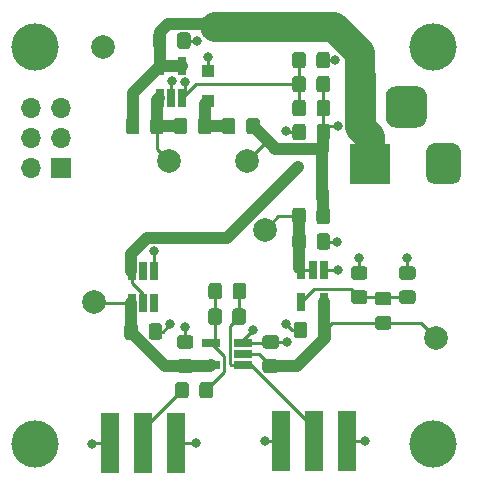
<source format=gbr>
%TF.GenerationSoftware,KiCad,Pcbnew,(5.1.6-0-10_14)*%
%TF.CreationDate,2021-02-25T14:42:38-08:00*%
%TF.ProjectId,TIADevBoard,54494144-6576-4426-9f61-72642e6b6963,rev?*%
%TF.SameCoordinates,Original*%
%TF.FileFunction,Copper,L1,Top*%
%TF.FilePolarity,Positive*%
%FSLAX46Y46*%
G04 Gerber Fmt 4.6, Leading zero omitted, Abs format (unit mm)*
G04 Created by KiCad (PCBNEW (5.1.6-0-10_14)) date 2021-02-25 14:42:38*
%MOMM*%
%LPD*%
G01*
G04 APERTURE LIST*
%TA.AperFunction,SMDPad,CuDef*%
%ADD10R,0.650000X1.560000*%
%TD*%
%TA.AperFunction,SMDPad,CuDef*%
%ADD11R,1.600000X5.080000*%
%TD*%
%TA.AperFunction,SMDPad,CuDef*%
%ADD12R,1.560000X0.650000*%
%TD*%
%TA.AperFunction,ComponentPad*%
%ADD13C,2.000000*%
%TD*%
%TA.AperFunction,ComponentPad*%
%ADD14R,3.500000X3.500000*%
%TD*%
%TA.AperFunction,SMDPad,CuDef*%
%ADD15R,1.000000X1.000000*%
%TD*%
%TA.AperFunction,ComponentPad*%
%ADD16O,1.700000X1.700000*%
%TD*%
%TA.AperFunction,ComponentPad*%
%ADD17R,1.700000X1.700000*%
%TD*%
%TA.AperFunction,ComponentPad*%
%ADD18C,4.000000*%
%TD*%
%TA.AperFunction,ViaPad*%
%ADD19C,0.800000*%
%TD*%
%TA.AperFunction,Conductor*%
%ADD20C,0.250000*%
%TD*%
%TA.AperFunction,Conductor*%
%ADD21C,1.000000*%
%TD*%
%TA.AperFunction,Conductor*%
%ADD22C,2.500000*%
%TD*%
G04 APERTURE END LIST*
D10*
%TO.P,U2,5*%
%TO.N,VDD*%
X94361000Y-77216000D03*
%TO.P,U2,4*%
X96261000Y-77216000D03*
%TO.P,U2,3*%
%TO.N,Net-(CFF1-Pad2)*%
X96261000Y-79916000D03*
%TO.P,U2,2*%
%TO.N,GND*%
X95311000Y-79916000D03*
%TO.P,U2,1*%
%TO.N,Net-(C3-Pad2)*%
X94361000Y-79916000D03*
%TD*%
%TO.P,U1,5*%
%TO.N,-5V*%
X108265000Y-97188000D03*
%TO.P,U1,4*%
%TO.N,/VFB*%
X106365000Y-97188000D03*
%TO.P,U1,3*%
%TO.N,-9V*%
X106365000Y-94488000D03*
%TO.P,U1,2*%
X107315000Y-94488000D03*
%TO.P,U1,1*%
%TO.N,GND*%
X108265000Y-94488000D03*
%TD*%
%TO.P,R4,2*%
%TO.N,/VIN-*%
%TA.AperFunction,SMDPad,CuDef*%
G36*
G01*
X96823000Y-104197999D02*
X96823000Y-105098001D01*
G75*
G02*
X96573001Y-105348000I-249999J0D01*
G01*
X95922999Y-105348000D01*
G75*
G02*
X95673000Y-105098001I0J249999D01*
G01*
X95673000Y-104197999D01*
G75*
G02*
X95922999Y-103948000I249999J0D01*
G01*
X96573001Y-103948000D01*
G75*
G02*
X96823000Y-104197999I0J-249999D01*
G01*
G37*
%TD.AperFunction*%
%TO.P,R4,1*%
%TO.N,/VOP-*%
%TA.AperFunction,SMDPad,CuDef*%
G36*
G01*
X98873000Y-104197999D02*
X98873000Y-105098001D01*
G75*
G02*
X98623001Y-105348000I-249999J0D01*
G01*
X97972999Y-105348000D01*
G75*
G02*
X97723000Y-105098001I0J249999D01*
G01*
X97723000Y-104197999D01*
G75*
G02*
X97972999Y-103948000I249999J0D01*
G01*
X98623001Y-103948000D01*
G75*
G02*
X98873000Y-104197999I0J-249999D01*
G01*
G37*
%TD.AperFunction*%
%TD*%
%TO.P,R5,2*%
%TO.N,/VOP-*%
%TA.AperFunction,SMDPad,CuDef*%
G36*
G01*
X99626000Y-97974999D02*
X99626000Y-98875001D01*
G75*
G02*
X99376001Y-99125000I-249999J0D01*
G01*
X98725999Y-99125000D01*
G75*
G02*
X98476000Y-98875001I0J249999D01*
G01*
X98476000Y-97974999D01*
G75*
G02*
X98725999Y-97725000I249999J0D01*
G01*
X99376001Y-97725000D01*
G75*
G02*
X99626000Y-97974999I0J-249999D01*
G01*
G37*
%TD.AperFunction*%
%TO.P,R5,1*%
%TO.N,/VOUT*%
%TA.AperFunction,SMDPad,CuDef*%
G36*
G01*
X101676000Y-97974999D02*
X101676000Y-98875001D01*
G75*
G02*
X101426001Y-99125000I-249999J0D01*
G01*
X100775999Y-99125000D01*
G75*
G02*
X100526000Y-98875001I0J249999D01*
G01*
X100526000Y-97974999D01*
G75*
G02*
X100775999Y-97725000I249999J0D01*
G01*
X101426001Y-97725000D01*
G75*
G02*
X101676000Y-97974999I0J-249999D01*
G01*
G37*
%TD.AperFunction*%
%TD*%
D11*
%TO.P,J3,2*%
%TO.N,GND*%
X110188000Y-108966000D03*
X104648000Y-108966000D03*
%TO.P,J3,1*%
%TO.N,/VOUT*%
X107418000Y-108966000D03*
%TD*%
%TO.P,C13,2*%
%TO.N,GND*%
%TA.AperFunction,SMDPad,CuDef*%
G36*
G01*
X93423000Y-100145001D02*
X93423000Y-99244999D01*
G75*
G02*
X93672999Y-98995000I249999J0D01*
G01*
X94323001Y-98995000D01*
G75*
G02*
X94573000Y-99244999I0J-249999D01*
G01*
X94573000Y-100145001D01*
G75*
G02*
X94323001Y-100395000I-249999J0D01*
G01*
X93672999Y-100395000D01*
G75*
G02*
X93423000Y-100145001I0J249999D01*
G01*
G37*
%TD.AperFunction*%
%TO.P,C13,1*%
%TO.N,+5V*%
%TA.AperFunction,SMDPad,CuDef*%
G36*
G01*
X91373000Y-100145001D02*
X91373000Y-99244999D01*
G75*
G02*
X91622999Y-98995000I249999J0D01*
G01*
X92273001Y-98995000D01*
G75*
G02*
X92523000Y-99244999I0J-249999D01*
G01*
X92523000Y-100145001D01*
G75*
G02*
X92273001Y-100395000I-249999J0D01*
G01*
X91622999Y-100395000D01*
G75*
G02*
X91373000Y-100145001I0J249999D01*
G01*
G37*
%TD.AperFunction*%
%TD*%
%TO.P,C11,2*%
%TO.N,+5V*%
%TA.AperFunction,SMDPad,CuDef*%
G36*
G01*
X96069999Y-102041000D02*
X96970001Y-102041000D01*
G75*
G02*
X97220000Y-102290999I0J-249999D01*
G01*
X97220000Y-102941001D01*
G75*
G02*
X96970001Y-103191000I-249999J0D01*
G01*
X96069999Y-103191000D01*
G75*
G02*
X95820000Y-102941001I0J249999D01*
G01*
X95820000Y-102290999D01*
G75*
G02*
X96069999Y-102041000I249999J0D01*
G01*
G37*
%TD.AperFunction*%
%TO.P,C11,1*%
%TO.N,GND*%
%TA.AperFunction,SMDPad,CuDef*%
G36*
G01*
X96069999Y-99991000D02*
X96970001Y-99991000D01*
G75*
G02*
X97220000Y-100240999I0J-249999D01*
G01*
X97220000Y-100891001D01*
G75*
G02*
X96970001Y-101141000I-249999J0D01*
G01*
X96069999Y-101141000D01*
G75*
G02*
X95820000Y-100891001I0J249999D01*
G01*
X95820000Y-100240999D01*
G75*
G02*
X96069999Y-99991000I249999J0D01*
G01*
G37*
%TD.AperFunction*%
%TD*%
%TO.P,C9,2*%
%TO.N,/VOP-*%
%TA.AperFunction,SMDPad,CuDef*%
G36*
G01*
X99635000Y-95815999D02*
X99635000Y-96716001D01*
G75*
G02*
X99385001Y-96966000I-249999J0D01*
G01*
X98734999Y-96966000D01*
G75*
G02*
X98485000Y-96716001I0J249999D01*
G01*
X98485000Y-95815999D01*
G75*
G02*
X98734999Y-95566000I249999J0D01*
G01*
X99385001Y-95566000D01*
G75*
G02*
X99635000Y-95815999I0J-249999D01*
G01*
G37*
%TD.AperFunction*%
%TO.P,C9,1*%
%TO.N,/VOUT*%
%TA.AperFunction,SMDPad,CuDef*%
G36*
G01*
X101685000Y-95815999D02*
X101685000Y-96716001D01*
G75*
G02*
X101435001Y-96966000I-249999J0D01*
G01*
X100784999Y-96966000D01*
G75*
G02*
X100535000Y-96716001I0J249999D01*
G01*
X100535000Y-95815999D01*
G75*
G02*
X100784999Y-95566000I249999J0D01*
G01*
X101435001Y-95566000D01*
G75*
G02*
X101685000Y-95815999I0J-249999D01*
G01*
G37*
%TD.AperFunction*%
%TD*%
D12*
%TO.P,U4,5*%
%TO.N,+5V*%
X98726000Y-102550000D03*
%TO.P,U4,4*%
%TO.N,/VOP-*%
X98726000Y-100650000D03*
%TO.P,U4,3*%
%TO.N,GND*%
X101426000Y-100650000D03*
%TO.P,U4,2*%
%TO.N,-5V*%
X101426000Y-101600000D03*
%TO.P,U4,1*%
%TO.N,/VOUT*%
X101426000Y-102550000D03*
%TD*%
D13*
%TO.P,TP6,1*%
%TO.N,Net-(CFF1-Pad2)*%
X89535000Y-75565000D03*
%TD*%
%TO.P,TP5,1*%
%TO.N,Net-(C3-Pad2)*%
X95123000Y-85217000D03*
%TD*%
%TO.P,TP4,1*%
%TO.N,/-9V_UF*%
X101727000Y-85217000D03*
%TD*%
%TO.P,TP3,1*%
%TO.N,-5V*%
X117729000Y-100203000D03*
%TD*%
%TO.P,TP2,1*%
%TO.N,-9V*%
X103251000Y-91059000D03*
%TD*%
%TO.P,RFB2,2*%
%TO.N,GND*%
%TA.AperFunction,SMDPad,CuDef*%
G36*
G01*
X107629000Y-77158001D02*
X107629000Y-76257999D01*
G75*
G02*
X107878999Y-76008000I249999J0D01*
G01*
X108529001Y-76008000D01*
G75*
G02*
X108779000Y-76257999I0J-249999D01*
G01*
X108779000Y-77158001D01*
G75*
G02*
X108529001Y-77408000I-249999J0D01*
G01*
X107878999Y-77408000D01*
G75*
G02*
X107629000Y-77158001I0J249999D01*
G01*
G37*
%TD.AperFunction*%
%TO.P,RFB2,1*%
%TO.N,Net-(CFF1-Pad2)*%
%TA.AperFunction,SMDPad,CuDef*%
G36*
G01*
X105579000Y-77158001D02*
X105579000Y-76257999D01*
G75*
G02*
X105828999Y-76008000I249999J0D01*
G01*
X106479001Y-76008000D01*
G75*
G02*
X106729000Y-76257999I0J-249999D01*
G01*
X106729000Y-77158001D01*
G75*
G02*
X106479001Y-77408000I-249999J0D01*
G01*
X105828999Y-77408000D01*
G75*
G02*
X105579000Y-77158001I0J249999D01*
G01*
G37*
%TD.AperFunction*%
%TD*%
%TO.P,RFB1,2*%
%TO.N,Net-(CFF1-Pad2)*%
%TA.AperFunction,SMDPad,CuDef*%
G36*
G01*
X106747000Y-80321999D02*
X106747000Y-81222001D01*
G75*
G02*
X106497001Y-81472000I-249999J0D01*
G01*
X105846999Y-81472000D01*
G75*
G02*
X105597000Y-81222001I0J249999D01*
G01*
X105597000Y-80321999D01*
G75*
G02*
X105846999Y-80072000I249999J0D01*
G01*
X106497001Y-80072000D01*
G75*
G02*
X106747000Y-80321999I0J-249999D01*
G01*
G37*
%TD.AperFunction*%
%TO.P,RFB1,1*%
%TO.N,/-9V_UF*%
%TA.AperFunction,SMDPad,CuDef*%
G36*
G01*
X108797000Y-80321999D02*
X108797000Y-81222001D01*
G75*
G02*
X108547001Y-81472000I-249999J0D01*
G01*
X107896999Y-81472000D01*
G75*
G02*
X107647000Y-81222001I0J249999D01*
G01*
X107647000Y-80321999D01*
G75*
G02*
X107896999Y-80072000I249999J0D01*
G01*
X108547001Y-80072000D01*
G75*
G02*
X108797000Y-80321999I0J-249999D01*
G01*
G37*
%TD.AperFunction*%
%TD*%
%TO.P,R2,2*%
%TO.N,GND*%
%TA.AperFunction,SMDPad,CuDef*%
G36*
G01*
X115775001Y-95308000D02*
X114874999Y-95308000D01*
G75*
G02*
X114625000Y-95058001I0J249999D01*
G01*
X114625000Y-94407999D01*
G75*
G02*
X114874999Y-94158000I249999J0D01*
G01*
X115775001Y-94158000D01*
G75*
G02*
X116025000Y-94407999I0J-249999D01*
G01*
X116025000Y-95058001D01*
G75*
G02*
X115775001Y-95308000I-249999J0D01*
G01*
G37*
%TD.AperFunction*%
%TO.P,R2,1*%
%TO.N,/VFB*%
%TA.AperFunction,SMDPad,CuDef*%
G36*
G01*
X115775001Y-97358000D02*
X114874999Y-97358000D01*
G75*
G02*
X114625000Y-97108001I0J249999D01*
G01*
X114625000Y-96457999D01*
G75*
G02*
X114874999Y-96208000I249999J0D01*
G01*
X115775001Y-96208000D01*
G75*
G02*
X116025000Y-96457999I0J-249999D01*
G01*
X116025000Y-97108001D01*
G75*
G02*
X115775001Y-97358000I-249999J0D01*
G01*
G37*
%TD.AperFunction*%
%TD*%
%TO.P,R1,2*%
%TO.N,/VFB*%
%TA.AperFunction,SMDPad,CuDef*%
G36*
G01*
X113734001Y-97476000D02*
X112833999Y-97476000D01*
G75*
G02*
X112584000Y-97226001I0J249999D01*
G01*
X112584000Y-96575999D01*
G75*
G02*
X112833999Y-96326000I249999J0D01*
G01*
X113734001Y-96326000D01*
G75*
G02*
X113984000Y-96575999I0J-249999D01*
G01*
X113984000Y-97226001D01*
G75*
G02*
X113734001Y-97476000I-249999J0D01*
G01*
G37*
%TD.AperFunction*%
%TO.P,R1,1*%
%TO.N,-5V*%
%TA.AperFunction,SMDPad,CuDef*%
G36*
G01*
X113734001Y-99526000D02*
X112833999Y-99526000D01*
G75*
G02*
X112584000Y-99276001I0J249999D01*
G01*
X112584000Y-98625999D01*
G75*
G02*
X112833999Y-98376000I249999J0D01*
G01*
X113734001Y-98376000D01*
G75*
G02*
X113984000Y-98625999I0J-249999D01*
G01*
X113984000Y-99276001D01*
G75*
G02*
X113734001Y-99526000I-249999J0D01*
G01*
G37*
%TD.AperFunction*%
%TD*%
%TO.P,L3,2*%
%TO.N,-9V*%
%TA.AperFunction,SMDPad,CuDef*%
G36*
G01*
X106738000Y-89456999D02*
X106738000Y-90357001D01*
G75*
G02*
X106488001Y-90607000I-249999J0D01*
G01*
X105837999Y-90607000D01*
G75*
G02*
X105588000Y-90357001I0J249999D01*
G01*
X105588000Y-89456999D01*
G75*
G02*
X105837999Y-89207000I249999J0D01*
G01*
X106488001Y-89207000D01*
G75*
G02*
X106738000Y-89456999I0J-249999D01*
G01*
G37*
%TD.AperFunction*%
%TO.P,L3,1*%
%TO.N,/-9V_UF*%
%TA.AperFunction,SMDPad,CuDef*%
G36*
G01*
X108788000Y-89456999D02*
X108788000Y-90357001D01*
G75*
G02*
X108538001Y-90607000I-249999J0D01*
G01*
X107887999Y-90607000D01*
G75*
G02*
X107638000Y-90357001I0J249999D01*
G01*
X107638000Y-89456999D01*
G75*
G02*
X107887999Y-89207000I249999J0D01*
G01*
X108538001Y-89207000D01*
G75*
G02*
X108788000Y-89456999I0J-249999D01*
G01*
G37*
%TD.AperFunction*%
%TD*%
%TO.P,L2,2*%
%TO.N,/-9V_UF*%
%TA.AperFunction,SMDPad,CuDef*%
G36*
G01*
X101678000Y-82746001D02*
X101678000Y-81845999D01*
G75*
G02*
X101927999Y-81596000I249999J0D01*
G01*
X102578001Y-81596000D01*
G75*
G02*
X102828000Y-81845999I0J-249999D01*
G01*
X102828000Y-82746001D01*
G75*
G02*
X102578001Y-82996000I-249999J0D01*
G01*
X101927999Y-82996000D01*
G75*
G02*
X101678000Y-82746001I0J249999D01*
G01*
G37*
%TD.AperFunction*%
%TO.P,L2,1*%
%TO.N,/DTOP*%
%TA.AperFunction,SMDPad,CuDef*%
G36*
G01*
X99628000Y-82746001D02*
X99628000Y-81845999D01*
G75*
G02*
X99877999Y-81596000I249999J0D01*
G01*
X100528001Y-81596000D01*
G75*
G02*
X100778000Y-81845999I0J-249999D01*
G01*
X100778000Y-82746001D01*
G75*
G02*
X100528001Y-82996000I-249999J0D01*
G01*
X99877999Y-82996000D01*
G75*
G02*
X99628000Y-82746001I0J249999D01*
G01*
G37*
%TD.AperFunction*%
%TD*%
%TO.P,L1,2*%
%TO.N,Net-(C3-Pad2)*%
%TA.AperFunction,SMDPad,CuDef*%
G36*
G01*
X93550000Y-82746001D02*
X93550000Y-81845999D01*
G75*
G02*
X93799999Y-81596000I249999J0D01*
G01*
X94450001Y-81596000D01*
G75*
G02*
X94700000Y-81845999I0J-249999D01*
G01*
X94700000Y-82746001D01*
G75*
G02*
X94450001Y-82996000I-249999J0D01*
G01*
X93799999Y-82996000D01*
G75*
G02*
X93550000Y-82746001I0J249999D01*
G01*
G37*
%TD.AperFunction*%
%TO.P,L1,1*%
%TO.N,VDD*%
%TA.AperFunction,SMDPad,CuDef*%
G36*
G01*
X91500000Y-82746001D02*
X91500000Y-81845999D01*
G75*
G02*
X91749999Y-81596000I249999J0D01*
G01*
X92400001Y-81596000D01*
G75*
G02*
X92650000Y-81845999I0J-249999D01*
G01*
X92650000Y-82746001D01*
G75*
G02*
X92400001Y-82996000I-249999J0D01*
G01*
X91749999Y-82996000D01*
G75*
G02*
X91500000Y-82746001I0J249999D01*
G01*
G37*
%TD.AperFunction*%
%TD*%
%TO.P,J1,3*%
%TO.N,N/C*%
%TA.AperFunction,ComponentPad*%
G36*
G01*
X116991000Y-79796000D02*
X116991000Y-81546000D01*
G75*
G02*
X116116000Y-82421000I-875000J0D01*
G01*
X114366000Y-82421000D01*
G75*
G02*
X113491000Y-81546000I0J875000D01*
G01*
X113491000Y-79796000D01*
G75*
G02*
X114366000Y-78921000I875000J0D01*
G01*
X116116000Y-78921000D01*
G75*
G02*
X116991000Y-79796000I0J-875000D01*
G01*
G37*
%TD.AperFunction*%
%TO.P,J1,2*%
%TO.N,GND*%
%TA.AperFunction,ComponentPad*%
G36*
G01*
X119891000Y-84471000D02*
X119891000Y-86471000D01*
G75*
G02*
X119141000Y-87221000I-750000J0D01*
G01*
X117641000Y-87221000D01*
G75*
G02*
X116891000Y-86471000I0J750000D01*
G01*
X116891000Y-84471000D01*
G75*
G02*
X117641000Y-83721000I750000J0D01*
G01*
X119141000Y-83721000D01*
G75*
G02*
X119891000Y-84471000I0J-750000D01*
G01*
G37*
%TD.AperFunction*%
D14*
%TO.P,J1,1*%
%TO.N,VDD*%
X112141000Y-85471000D03*
%TD*%
D15*
%TO.P,D1,2*%
%TO.N,/DTOP*%
X98425000Y-80137000D03*
%TO.P,D1,1*%
%TO.N,GND*%
X98425000Y-77637000D03*
%TD*%
%TO.P,CFF1,2*%
%TO.N,Net-(CFF1-Pad2)*%
%TA.AperFunction,SMDPad,CuDef*%
G36*
G01*
X106729000Y-78289999D02*
X106729000Y-79190001D01*
G75*
G02*
X106479001Y-79440000I-249999J0D01*
G01*
X105828999Y-79440000D01*
G75*
G02*
X105579000Y-79190001I0J249999D01*
G01*
X105579000Y-78289999D01*
G75*
G02*
X105828999Y-78040000I249999J0D01*
G01*
X106479001Y-78040000D01*
G75*
G02*
X106729000Y-78289999I0J-249999D01*
G01*
G37*
%TD.AperFunction*%
%TO.P,CFF1,1*%
%TO.N,/-9V_UF*%
%TA.AperFunction,SMDPad,CuDef*%
G36*
G01*
X108779000Y-78289999D02*
X108779000Y-79190001D01*
G75*
G02*
X108529001Y-79440000I-249999J0D01*
G01*
X107878999Y-79440000D01*
G75*
G02*
X107629000Y-79190001I0J249999D01*
G01*
X107629000Y-78289999D01*
G75*
G02*
X107878999Y-78040000I249999J0D01*
G01*
X108529001Y-78040000D01*
G75*
G02*
X108779000Y-78289999I0J-249999D01*
G01*
G37*
%TD.AperFunction*%
%TD*%
%TO.P,C8,2*%
%TO.N,-5V*%
%TA.AperFunction,SMDPad,CuDef*%
G36*
G01*
X103308999Y-102050000D02*
X104209001Y-102050000D01*
G75*
G02*
X104459000Y-102299999I0J-249999D01*
G01*
X104459000Y-102950001D01*
G75*
G02*
X104209001Y-103200000I-249999J0D01*
G01*
X103308999Y-103200000D01*
G75*
G02*
X103059000Y-102950001I0J249999D01*
G01*
X103059000Y-102299999D01*
G75*
G02*
X103308999Y-102050000I249999J0D01*
G01*
G37*
%TD.AperFunction*%
%TO.P,C8,1*%
%TO.N,GND*%
%TA.AperFunction,SMDPad,CuDef*%
G36*
G01*
X103308999Y-100000000D02*
X104209001Y-100000000D01*
G75*
G02*
X104459000Y-100249999I0J-249999D01*
G01*
X104459000Y-100900001D01*
G75*
G02*
X104209001Y-101150000I-249999J0D01*
G01*
X103308999Y-101150000D01*
G75*
G02*
X103059000Y-100900001I0J249999D01*
G01*
X103059000Y-100249999D01*
G75*
G02*
X103308999Y-100000000I249999J0D01*
G01*
G37*
%TD.AperFunction*%
%TD*%
%TO.P,C7,2*%
%TO.N,GND*%
%TA.AperFunction,SMDPad,CuDef*%
G36*
G01*
X107647000Y-92525001D02*
X107647000Y-91624999D01*
G75*
G02*
X107896999Y-91375000I249999J0D01*
G01*
X108547001Y-91375000D01*
G75*
G02*
X108797000Y-91624999I0J-249999D01*
G01*
X108797000Y-92525001D01*
G75*
G02*
X108547001Y-92775000I-249999J0D01*
G01*
X107896999Y-92775000D01*
G75*
G02*
X107647000Y-92525001I0J249999D01*
G01*
G37*
%TD.AperFunction*%
%TO.P,C7,1*%
%TO.N,-9V*%
%TA.AperFunction,SMDPad,CuDef*%
G36*
G01*
X105597000Y-92525001D02*
X105597000Y-91624999D01*
G75*
G02*
X105846999Y-91375000I249999J0D01*
G01*
X106497001Y-91375000D01*
G75*
G02*
X106747000Y-91624999I0J-249999D01*
G01*
X106747000Y-92525001D01*
G75*
G02*
X106497001Y-92775000I-249999J0D01*
G01*
X105846999Y-92775000D01*
G75*
G02*
X105597000Y-92525001I0J249999D01*
G01*
G37*
%TD.AperFunction*%
%TD*%
%TO.P,C6,2*%
%TO.N,GND*%
%TA.AperFunction,SMDPad,CuDef*%
G36*
G01*
X106747000Y-82353999D02*
X106747000Y-83254001D01*
G75*
G02*
X106497001Y-83504000I-249999J0D01*
G01*
X105846999Y-83504000D01*
G75*
G02*
X105597000Y-83254001I0J249999D01*
G01*
X105597000Y-82353999D01*
G75*
G02*
X105846999Y-82104000I249999J0D01*
G01*
X106497001Y-82104000D01*
G75*
G02*
X106747000Y-82353999I0J-249999D01*
G01*
G37*
%TD.AperFunction*%
%TO.P,C6,1*%
%TO.N,/-9V_UF*%
%TA.AperFunction,SMDPad,CuDef*%
G36*
G01*
X108797000Y-82353999D02*
X108797000Y-83254001D01*
G75*
G02*
X108547001Y-83504000I-249999J0D01*
G01*
X107896999Y-83504000D01*
G75*
G02*
X107647000Y-83254001I0J249999D01*
G01*
X107647000Y-82353999D01*
G75*
G02*
X107896999Y-82104000I249999J0D01*
G01*
X108547001Y-82104000D01*
G75*
G02*
X108797000Y-82353999I0J-249999D01*
G01*
G37*
%TD.AperFunction*%
%TD*%
%TO.P,C5,2*%
%TO.N,GND*%
%TA.AperFunction,SMDPad,CuDef*%
G36*
G01*
X106856000Y-99117999D02*
X106856000Y-100018001D01*
G75*
G02*
X106606001Y-100268000I-249999J0D01*
G01*
X105955999Y-100268000D01*
G75*
G02*
X105706000Y-100018001I0J249999D01*
G01*
X105706000Y-99117999D01*
G75*
G02*
X105955999Y-98868000I249999J0D01*
G01*
X106606001Y-98868000D01*
G75*
G02*
X106856000Y-99117999I0J-249999D01*
G01*
G37*
%TD.AperFunction*%
%TO.P,C5,1*%
%TO.N,-5V*%
%TA.AperFunction,SMDPad,CuDef*%
G36*
G01*
X108906000Y-99117999D02*
X108906000Y-100018001D01*
G75*
G02*
X108656001Y-100268000I-249999J0D01*
G01*
X108005999Y-100268000D01*
G75*
G02*
X107756000Y-100018001I0J249999D01*
G01*
X107756000Y-99117999D01*
G75*
G02*
X108005999Y-98868000I249999J0D01*
G01*
X108656001Y-98868000D01*
G75*
G02*
X108906000Y-99117999I0J-249999D01*
G01*
G37*
%TD.AperFunction*%
%TD*%
%TO.P,C4,2*%
%TO.N,GND*%
%TA.AperFunction,SMDPad,CuDef*%
G36*
G01*
X111702001Y-95299000D02*
X110801999Y-95299000D01*
G75*
G02*
X110552000Y-95049001I0J249999D01*
G01*
X110552000Y-94398999D01*
G75*
G02*
X110801999Y-94149000I249999J0D01*
G01*
X111702001Y-94149000D01*
G75*
G02*
X111952000Y-94398999I0J-249999D01*
G01*
X111952000Y-95049001D01*
G75*
G02*
X111702001Y-95299000I-249999J0D01*
G01*
G37*
%TD.AperFunction*%
%TO.P,C4,1*%
%TO.N,/VFB*%
%TA.AperFunction,SMDPad,CuDef*%
G36*
G01*
X111702001Y-97349000D02*
X110801999Y-97349000D01*
G75*
G02*
X110552000Y-97099001I0J249999D01*
G01*
X110552000Y-96448999D01*
G75*
G02*
X110801999Y-96199000I249999J0D01*
G01*
X111702001Y-96199000D01*
G75*
G02*
X111952000Y-96448999I0J-249999D01*
G01*
X111952000Y-97099001D01*
G75*
G02*
X111702001Y-97349000I-249999J0D01*
G01*
G37*
%TD.AperFunction*%
%TD*%
%TO.P,C3,2*%
%TO.N,Net-(C3-Pad2)*%
%TA.AperFunction,SMDPad,CuDef*%
G36*
G01*
X96696000Y-81845999D02*
X96696000Y-82746001D01*
G75*
G02*
X96446001Y-82996000I-249999J0D01*
G01*
X95795999Y-82996000D01*
G75*
G02*
X95546000Y-82746001I0J249999D01*
G01*
X95546000Y-81845999D01*
G75*
G02*
X95795999Y-81596000I249999J0D01*
G01*
X96446001Y-81596000D01*
G75*
G02*
X96696000Y-81845999I0J-249999D01*
G01*
G37*
%TD.AperFunction*%
%TO.P,C3,1*%
%TO.N,/DTOP*%
%TA.AperFunction,SMDPad,CuDef*%
G36*
G01*
X98746000Y-81845999D02*
X98746000Y-82746001D01*
G75*
G02*
X98496001Y-82996000I-249999J0D01*
G01*
X97845999Y-82996000D01*
G75*
G02*
X97596000Y-82746001I0J249999D01*
G01*
X97596000Y-81845999D01*
G75*
G02*
X97845999Y-81596000I249999J0D01*
G01*
X98496001Y-81596000D01*
G75*
G02*
X98746000Y-81845999I0J-249999D01*
G01*
G37*
%TD.AperFunction*%
%TD*%
%TO.P,C1,2*%
%TO.N,GND*%
%TA.AperFunction,SMDPad,CuDef*%
G36*
G01*
X95836000Y-75507001D02*
X95836000Y-74606999D01*
G75*
G02*
X96085999Y-74357000I249999J0D01*
G01*
X96736001Y-74357000D01*
G75*
G02*
X96986000Y-74606999I0J-249999D01*
G01*
X96986000Y-75507001D01*
G75*
G02*
X96736001Y-75757000I-249999J0D01*
G01*
X96085999Y-75757000D01*
G75*
G02*
X95836000Y-75507001I0J249999D01*
G01*
G37*
%TD.AperFunction*%
%TO.P,C1,1*%
%TO.N,VDD*%
%TA.AperFunction,SMDPad,CuDef*%
G36*
G01*
X93786000Y-75507001D02*
X93786000Y-74606999D01*
G75*
G02*
X94035999Y-74357000I249999J0D01*
G01*
X94686001Y-74357000D01*
G75*
G02*
X94936000Y-74606999I0J-249999D01*
G01*
X94936000Y-75507001D01*
G75*
G02*
X94686001Y-75757000I-249999J0D01*
G01*
X94035999Y-75757000D01*
G75*
G02*
X93786000Y-75507001I0J249999D01*
G01*
G37*
%TD.AperFunction*%
%TD*%
D16*
%TO.P,J4,6*%
%TO.N,GND*%
X83439000Y-80772000D03*
%TO.P,J4,5*%
X85979000Y-80772000D03*
%TO.P,J4,4*%
X83439000Y-83312000D03*
%TO.P,J4,3*%
X85979000Y-83312000D03*
%TO.P,J4,2*%
X83439000Y-85852000D03*
D17*
%TO.P,J4,1*%
X85979000Y-85852000D03*
%TD*%
D13*
%TO.P,TP1,1*%
%TO.N,+5V*%
X88773000Y-97155000D03*
%TD*%
D10*
%TO.P,U3,5*%
%TO.N,Net-(U3-Pad5)*%
X92964000Y-94535000D03*
%TO.P,U3,6*%
%TO.N,VDD*%
X92014000Y-94535000D03*
%TO.P,U3,4*%
%TO.N,GND*%
X93914000Y-94535000D03*
%TO.P,U3,3*%
%TO.N,Net-(U3-Pad3)*%
X93914000Y-97235000D03*
%TO.P,U3,2*%
%TO.N,VDD*%
X92964000Y-97235000D03*
%TO.P,U3,1*%
%TO.N,+5V*%
X92014000Y-97235000D03*
%TD*%
D11*
%TO.P,J2,2*%
%TO.N,GND*%
X95734000Y-109162000D03*
X90194000Y-109162000D03*
%TO.P,J2,1*%
%TO.N,/VIN-*%
X92964000Y-109162000D03*
%TD*%
D18*
%TO.P,H4,1*%
%TO.N,N/C*%
X83820000Y-109220000D03*
%TD*%
%TO.P,H3,1*%
%TO.N,N/C*%
X117475000Y-109220000D03*
%TD*%
%TO.P,H2,1*%
%TO.N,N/C*%
X117475000Y-75565000D03*
%TD*%
%TO.P,H1,1*%
%TO.N,N/C*%
X83820000Y-75565000D03*
%TD*%
D19*
%TO.N,GND*%
X105156000Y-100584000D03*
X111252000Y-93472000D03*
X115316000Y-93472000D03*
X97536000Y-75057000D03*
X98425000Y-76454000D03*
X95250000Y-99060000D03*
X96520000Y-99314000D03*
X93853000Y-92837000D03*
X102235000Y-99568000D03*
X109220000Y-76708000D03*
X105029000Y-82677000D03*
X95377000Y-78486000D03*
X109347000Y-92075000D03*
X109474000Y-94488000D03*
X105029000Y-99060000D03*
X103251000Y-108966000D03*
X111760000Y-108966000D03*
X88646000Y-109220000D03*
X97409000Y-109093000D03*
%TO.N,/-9V_UF*%
X109474000Y-82296000D03*
%TO.N,VDD*%
X106045000Y-85725000D03*
%TO.N,Net-(CFF1-Pad2)*%
X96520000Y-78596002D03*
%TD*%
D20*
%TO.N,GND*%
X103759000Y-100575000D02*
X105038000Y-100575000D01*
X105047000Y-100584000D02*
X105156000Y-100584000D01*
X105038000Y-100575000D02*
X105047000Y-100584000D01*
X103684000Y-100650000D02*
X103759000Y-100575000D01*
X101426000Y-100650000D02*
X103684000Y-100650000D01*
X111252000Y-94724000D02*
X111252000Y-93472000D01*
X115325000Y-93481000D02*
X115316000Y-93472000D01*
X115325000Y-94733000D02*
X115325000Y-93481000D01*
X96411000Y-75057000D02*
X97536000Y-75057000D01*
X98425000Y-77637000D02*
X98425000Y-76454000D01*
X94615000Y-99695000D02*
X95250000Y-99060000D01*
X93998000Y-99695000D02*
X94615000Y-99695000D01*
X96520000Y-100566000D02*
X96520000Y-99314000D01*
X93914000Y-92898000D02*
X93853000Y-92837000D01*
X93914000Y-94535000D02*
X93914000Y-92898000D01*
X101426000Y-100377000D02*
X102235000Y-99568000D01*
X101426000Y-100650000D02*
X101426000Y-100377000D01*
X108204000Y-76708000D02*
X109220000Y-76708000D01*
X105156000Y-82804000D02*
X105029000Y-82677000D01*
X106172000Y-82804000D02*
X105156000Y-82804000D01*
X95311000Y-78552000D02*
X95377000Y-78486000D01*
X95311000Y-79916000D02*
X95311000Y-78552000D01*
X108222000Y-92075000D02*
X109347000Y-92075000D01*
X108265000Y-94488000D02*
X109474000Y-94488000D01*
X105537000Y-99568000D02*
X105029000Y-99060000D01*
X106281000Y-99568000D02*
X105537000Y-99568000D01*
X104648000Y-108966000D02*
X103251000Y-108966000D01*
X110188000Y-108966000D02*
X111760000Y-108966000D01*
X88704000Y-109162000D02*
X88646000Y-109220000D01*
X90194000Y-109162000D02*
X88704000Y-109162000D01*
X97340000Y-109162000D02*
X97409000Y-109093000D01*
X95734000Y-109162000D02*
X97340000Y-109162000D01*
%TO.N,/-9V_UF*%
X108222000Y-82296000D02*
X109474000Y-82296000D01*
%TO.N,VDD*%
X92014000Y-95565000D02*
X92964000Y-96515000D01*
X92964000Y-96515000D02*
X92964000Y-97235000D01*
X92014000Y-94535000D02*
X92014000Y-95565000D01*
D21*
X94361000Y-75057000D02*
X94361000Y-77216000D01*
X94361000Y-77216000D02*
X96261000Y-77216000D01*
X92075000Y-79502000D02*
X94361000Y-77216000D01*
X92075000Y-82296000D02*
X92075000Y-79502000D01*
X112141000Y-78000998D02*
X112141000Y-85471000D01*
X107796992Y-73656990D02*
X112141000Y-78000998D01*
X95061010Y-73656990D02*
X107796992Y-73656990D01*
X94361000Y-74357000D02*
X95061010Y-73656990D01*
X94361000Y-75057000D02*
X94361000Y-74357000D01*
D22*
X111324001Y-82368001D02*
X111324001Y-76073999D01*
X109115012Y-73865010D02*
X99056990Y-73865010D01*
X111324001Y-76073999D02*
X109115012Y-73865010D01*
X112141000Y-83185000D02*
X111324001Y-82368001D01*
X99056990Y-73865010D02*
X99082012Y-73865010D01*
X112141000Y-85471000D02*
X112141000Y-83185000D01*
D21*
X93324999Y-91736999D02*
X91938999Y-93122999D01*
X100033001Y-91736999D02*
X93324999Y-91736999D01*
X106045000Y-85725000D02*
X100033001Y-91736999D01*
X91938999Y-93194999D02*
X91938999Y-94535000D01*
X91938999Y-93122999D02*
X91938999Y-93194999D01*
D20*
%TO.N,/VOP-*%
X98318002Y-104648000D02*
X97917000Y-104648000D01*
X99831001Y-103135001D02*
X98318002Y-104648000D01*
X99831001Y-101755001D02*
X99831001Y-103135001D01*
X98726000Y-100650000D02*
X99831001Y-101755001D01*
X99051000Y-100325000D02*
X98726000Y-100650000D01*
X99051000Y-98425000D02*
X99051000Y-100325000D01*
X99060000Y-98416000D02*
X99051000Y-98425000D01*
X99060000Y-96266000D02*
X99060000Y-98416000D01*
%TO.N,/VOUT*%
X100396000Y-102550000D02*
X101426000Y-102550000D01*
X100320999Y-102474999D02*
X100396000Y-102550000D01*
X100320999Y-99205001D02*
X100320999Y-102474999D01*
X101101000Y-98425000D02*
X100320999Y-99205001D01*
X101110000Y-98416000D02*
X101101000Y-98425000D01*
X101110000Y-96266000D02*
X101110000Y-98416000D01*
X107418000Y-107872190D02*
X107418000Y-108966000D01*
X102095810Y-102550000D02*
X107418000Y-107872190D01*
X101426000Y-102550000D02*
X102095810Y-102550000D01*
%TO.N,/VIN-*%
X92964000Y-107932000D02*
X96248000Y-104648000D01*
X92964000Y-109162000D02*
X92964000Y-107932000D01*
D21*
%TO.N,-9V*%
X106172000Y-92075000D02*
X106172000Y-94295000D01*
X106172000Y-89916000D02*
X106163000Y-89907000D01*
X106172000Y-92075000D02*
X106172000Y-89916000D01*
D20*
X104403000Y-89907000D02*
X103251000Y-91059000D01*
X106163000Y-89907000D02*
X104403000Y-89907000D01*
X106365000Y-94488000D02*
X106172000Y-94295000D01*
X107315000Y-94488000D02*
X106365000Y-94488000D01*
D21*
%TO.N,Net-(C3-Pad2)*%
X94125000Y-80076999D02*
X94285999Y-79916000D01*
X96121000Y-82296000D02*
X94125000Y-82296000D01*
X94125000Y-80917000D02*
X94125000Y-80076999D01*
X94125000Y-82296000D02*
X94125000Y-80917000D01*
D20*
X94125000Y-84219000D02*
X95123000Y-85217000D01*
X94125000Y-82296000D02*
X94125000Y-84219000D01*
%TO.N,/VFB*%
X111252000Y-96774000D02*
X113284000Y-96774000D01*
X115316000Y-96774000D02*
X115325000Y-96783000D01*
X113284000Y-96774000D02*
X115316000Y-96774000D01*
X110560999Y-96082999D02*
X107470001Y-96082999D01*
X107470001Y-96082999D02*
X106365000Y-97188000D01*
X111252000Y-96774000D02*
X110560999Y-96082999D01*
%TO.N,-5V*%
X102734000Y-101600000D02*
X103759000Y-102625000D01*
X101426000Y-101600000D02*
X102734000Y-101600000D01*
D21*
X105974000Y-102625000D02*
X103759000Y-102625000D01*
X108331000Y-100268000D02*
X105974000Y-102625000D01*
X108331000Y-99568000D02*
X108331000Y-100268000D01*
D20*
X108948000Y-98951000D02*
X108331000Y-99568000D01*
X113284000Y-98951000D02*
X108948000Y-98951000D01*
D21*
X108265000Y-99502000D02*
X108331000Y-99568000D01*
X108265000Y-97188000D02*
X108265000Y-99502000D01*
D20*
X116477000Y-98951000D02*
X117729000Y-100203000D01*
X113284000Y-98951000D02*
X116477000Y-98951000D01*
D21*
%TO.N,/-9V_UF*%
X108222000Y-89898000D02*
X108213000Y-89907000D01*
%TO.N,+5V*%
X91938999Y-98575001D02*
X91938999Y-97235000D01*
X91948000Y-98584002D02*
X91938999Y-98575001D01*
X91948000Y-99695000D02*
X91948000Y-98584002D01*
X94800480Y-102616000D02*
X96520000Y-102616000D01*
X91948000Y-99763520D02*
X94800480Y-102616000D01*
X91948000Y-99695000D02*
X91948000Y-99763520D01*
X98660000Y-102616000D02*
X98726000Y-102550000D01*
X96520000Y-102616000D02*
X98660000Y-102616000D01*
D20*
X88853000Y-97235000D02*
X88773000Y-97155000D01*
X92014000Y-97235000D02*
X88853000Y-97235000D01*
%TO.N,Net-(CFF1-Pad2)*%
X106163000Y-78731000D02*
X106172000Y-78740000D01*
X106163000Y-76581000D02*
X106163000Y-78731000D01*
X106172000Y-78740000D02*
X106172000Y-80772000D01*
X97437000Y-78740000D02*
X96261000Y-79916000D01*
X106172000Y-78740000D02*
X97437000Y-78740000D01*
X96520000Y-79657000D02*
X96261000Y-79916000D01*
X96520000Y-78596002D02*
X96520000Y-79657000D01*
D21*
%TO.N,/DTOP*%
X98171000Y-80391000D02*
X98425000Y-80137000D01*
X98171000Y-82296000D02*
X98171000Y-80391000D01*
X98171000Y-82296000D02*
X100203000Y-82296000D01*
%TO.N,/-9V_UF*%
X108080010Y-84204010D02*
X108222000Y-84346000D01*
X104161010Y-84204010D02*
X108080010Y-84204010D01*
X108222000Y-82804000D02*
X108222000Y-84346000D01*
X108080010Y-88359010D02*
X108222000Y-88501000D01*
X108080010Y-84204010D02*
X108080010Y-88359010D01*
X108222000Y-88501000D02*
X108222000Y-89898000D01*
X108222000Y-87902000D02*
X108222000Y-88501000D01*
D20*
X108204000Y-80754000D02*
X108222000Y-80772000D01*
X108204000Y-78740000D02*
X108204000Y-80754000D01*
X108222000Y-80772000D02*
X108222000Y-82804000D01*
X103069500Y-83874500D02*
X103831500Y-83874500D01*
X101727000Y-85217000D02*
X103069500Y-83874500D01*
D21*
X103831500Y-83874500D02*
X104161010Y-84204010D01*
X102253000Y-82296000D02*
X103831500Y-83874500D01*
%TD*%
M02*

</source>
